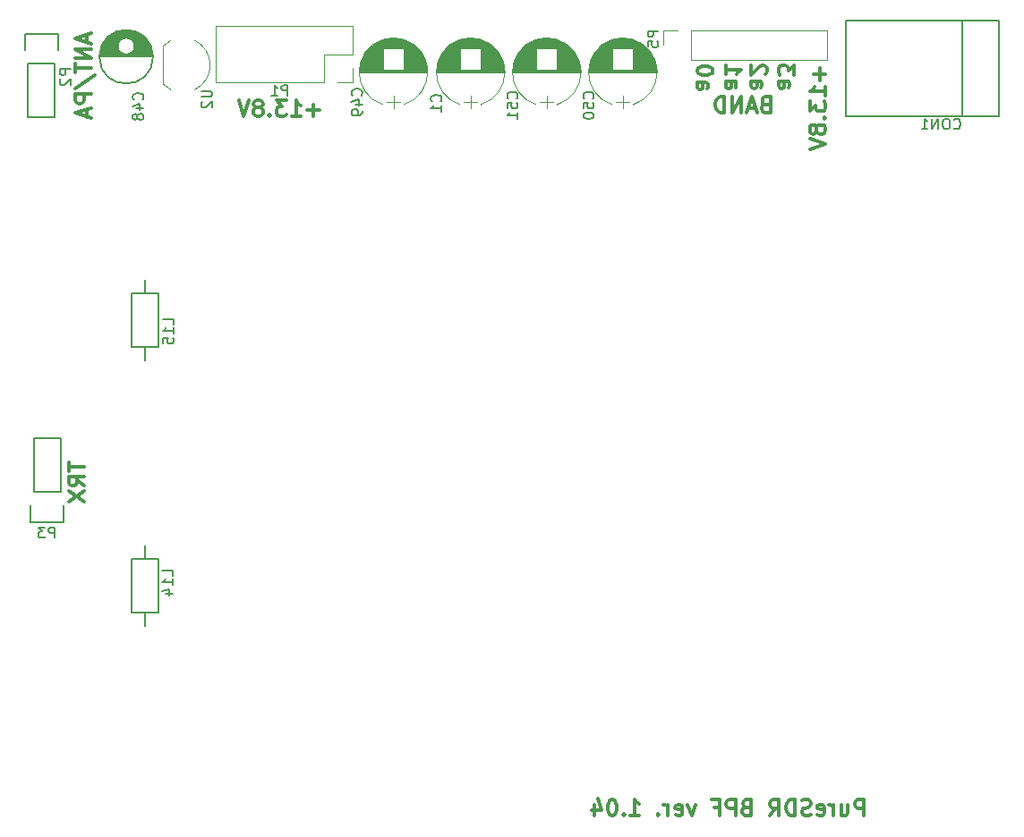
<source format=gbo>
G04 #@! TF.FileFunction,Legend,Bot*
%FSLAX46Y46*%
G04 Gerber Fmt 4.6, Leading zero omitted, Abs format (unit mm)*
G04 Created by KiCad (PCBNEW 4.0.3+e1-6302~38~ubuntu14.04.1-stable) date Mon Jan 30 16:46:43 2017*
%MOMM*%
%LPD*%
G01*
G04 APERTURE LIST*
%ADD10C,0.100000*%
%ADD11C,0.300000*%
%ADD12C,0.150000*%
%ADD13C,0.120000*%
G04 APERTURE END LIST*
D10*
D11*
X82494285Y-29077143D02*
X81351428Y-29077143D01*
X81922857Y-29648571D02*
X81922857Y-28505714D01*
X79851428Y-29648571D02*
X80708571Y-29648571D01*
X80279999Y-29648571D02*
X80279999Y-28148571D01*
X80422856Y-28362857D01*
X80565714Y-28505714D01*
X80708571Y-28577143D01*
X79351428Y-28148571D02*
X78422857Y-28148571D01*
X78922857Y-28720000D01*
X78708571Y-28720000D01*
X78565714Y-28791429D01*
X78494285Y-28862857D01*
X78422857Y-29005714D01*
X78422857Y-29362857D01*
X78494285Y-29505714D01*
X78565714Y-29577143D01*
X78708571Y-29648571D01*
X79137143Y-29648571D01*
X79280000Y-29577143D01*
X79351428Y-29505714D01*
X77780000Y-29505714D02*
X77708572Y-29577143D01*
X77780000Y-29648571D01*
X77851429Y-29577143D01*
X77780000Y-29505714D01*
X77780000Y-29648571D01*
X76851428Y-28791429D02*
X76994286Y-28720000D01*
X77065714Y-28648571D01*
X77137143Y-28505714D01*
X77137143Y-28434286D01*
X77065714Y-28291429D01*
X76994286Y-28220000D01*
X76851428Y-28148571D01*
X76565714Y-28148571D01*
X76422857Y-28220000D01*
X76351428Y-28291429D01*
X76280000Y-28434286D01*
X76280000Y-28505714D01*
X76351428Y-28648571D01*
X76422857Y-28720000D01*
X76565714Y-28791429D01*
X76851428Y-28791429D01*
X76994286Y-28862857D01*
X77065714Y-28934286D01*
X77137143Y-29077143D01*
X77137143Y-29362857D01*
X77065714Y-29505714D01*
X76994286Y-29577143D01*
X76851428Y-29648571D01*
X76565714Y-29648571D01*
X76422857Y-29577143D01*
X76351428Y-29505714D01*
X76280000Y-29362857D01*
X76280000Y-29077143D01*
X76351428Y-28934286D01*
X76422857Y-28862857D01*
X76565714Y-28791429D01*
X75851429Y-28148571D02*
X75351429Y-29648571D01*
X74851429Y-28148571D01*
X129807143Y-25085715D02*
X129807143Y-26228572D01*
X130378571Y-25657143D02*
X129235714Y-25657143D01*
X130378571Y-27728572D02*
X130378571Y-26871429D01*
X130378571Y-27300001D02*
X128878571Y-27300001D01*
X129092857Y-27157144D01*
X129235714Y-27014286D01*
X129307143Y-26871429D01*
X128878571Y-28228572D02*
X128878571Y-29157143D01*
X129450000Y-28657143D01*
X129450000Y-28871429D01*
X129521429Y-29014286D01*
X129592857Y-29085715D01*
X129735714Y-29157143D01*
X130092857Y-29157143D01*
X130235714Y-29085715D01*
X130307143Y-29014286D01*
X130378571Y-28871429D01*
X130378571Y-28442857D01*
X130307143Y-28300000D01*
X130235714Y-28228572D01*
X130235714Y-29800000D02*
X130307143Y-29871428D01*
X130378571Y-29800000D01*
X130307143Y-29728571D01*
X130235714Y-29800000D01*
X130378571Y-29800000D01*
X129521429Y-30728572D02*
X129450000Y-30585714D01*
X129378571Y-30514286D01*
X129235714Y-30442857D01*
X129164286Y-30442857D01*
X129021429Y-30514286D01*
X128950000Y-30585714D01*
X128878571Y-30728572D01*
X128878571Y-31014286D01*
X128950000Y-31157143D01*
X129021429Y-31228572D01*
X129164286Y-31300000D01*
X129235714Y-31300000D01*
X129378571Y-31228572D01*
X129450000Y-31157143D01*
X129521429Y-31014286D01*
X129521429Y-30728572D01*
X129592857Y-30585714D01*
X129664286Y-30514286D01*
X129807143Y-30442857D01*
X130092857Y-30442857D01*
X130235714Y-30514286D01*
X130307143Y-30585714D01*
X130378571Y-30728572D01*
X130378571Y-31014286D01*
X130307143Y-31157143D01*
X130235714Y-31228572D01*
X130092857Y-31300000D01*
X129807143Y-31300000D01*
X129664286Y-31228572D01*
X129592857Y-31157143D01*
X129521429Y-31014286D01*
X128878571Y-31728571D02*
X130378571Y-32228571D01*
X128878571Y-32728571D01*
X58778571Y-62407143D02*
X58778571Y-63264286D01*
X60278571Y-62835715D02*
X58778571Y-62835715D01*
X60278571Y-64621429D02*
X59564286Y-64121429D01*
X60278571Y-63764286D02*
X58778571Y-63764286D01*
X58778571Y-64335714D01*
X58850000Y-64478572D01*
X58921429Y-64550000D01*
X59064286Y-64621429D01*
X59278571Y-64621429D01*
X59421429Y-64550000D01*
X59492857Y-64478572D01*
X59564286Y-64335714D01*
X59564286Y-63764286D01*
X58778571Y-65121429D02*
X60278571Y-66121429D01*
X58778571Y-66121429D02*
X60278571Y-65121429D01*
X133985712Y-95838571D02*
X133985712Y-94338571D01*
X133414284Y-94338571D01*
X133271426Y-94410000D01*
X133199998Y-94481429D01*
X133128569Y-94624286D01*
X133128569Y-94838571D01*
X133199998Y-94981429D01*
X133271426Y-95052857D01*
X133414284Y-95124286D01*
X133985712Y-95124286D01*
X131842855Y-94838571D02*
X131842855Y-95838571D01*
X132485712Y-94838571D02*
X132485712Y-95624286D01*
X132414284Y-95767143D01*
X132271426Y-95838571D01*
X132057141Y-95838571D01*
X131914284Y-95767143D01*
X131842855Y-95695714D01*
X131128569Y-95838571D02*
X131128569Y-94838571D01*
X131128569Y-95124286D02*
X131057141Y-94981429D01*
X130985712Y-94910000D01*
X130842855Y-94838571D01*
X130699998Y-94838571D01*
X129628570Y-95767143D02*
X129771427Y-95838571D01*
X130057141Y-95838571D01*
X130199998Y-95767143D01*
X130271427Y-95624286D01*
X130271427Y-95052857D01*
X130199998Y-94910000D01*
X130057141Y-94838571D01*
X129771427Y-94838571D01*
X129628570Y-94910000D01*
X129557141Y-95052857D01*
X129557141Y-95195714D01*
X130271427Y-95338571D01*
X128985713Y-95767143D02*
X128771427Y-95838571D01*
X128414284Y-95838571D01*
X128271427Y-95767143D01*
X128199998Y-95695714D01*
X128128570Y-95552857D01*
X128128570Y-95410000D01*
X128199998Y-95267143D01*
X128271427Y-95195714D01*
X128414284Y-95124286D01*
X128699998Y-95052857D01*
X128842856Y-94981429D01*
X128914284Y-94910000D01*
X128985713Y-94767143D01*
X128985713Y-94624286D01*
X128914284Y-94481429D01*
X128842856Y-94410000D01*
X128699998Y-94338571D01*
X128342856Y-94338571D01*
X128128570Y-94410000D01*
X127485713Y-95838571D02*
X127485713Y-94338571D01*
X127128570Y-94338571D01*
X126914285Y-94410000D01*
X126771427Y-94552857D01*
X126699999Y-94695714D01*
X126628570Y-94981429D01*
X126628570Y-95195714D01*
X126699999Y-95481429D01*
X126771427Y-95624286D01*
X126914285Y-95767143D01*
X127128570Y-95838571D01*
X127485713Y-95838571D01*
X125128570Y-95838571D02*
X125628570Y-95124286D01*
X125985713Y-95838571D02*
X125985713Y-94338571D01*
X125414285Y-94338571D01*
X125271427Y-94410000D01*
X125199999Y-94481429D01*
X125128570Y-94624286D01*
X125128570Y-94838571D01*
X125199999Y-94981429D01*
X125271427Y-95052857D01*
X125414285Y-95124286D01*
X125985713Y-95124286D01*
X122842856Y-95052857D02*
X122628570Y-95124286D01*
X122557142Y-95195714D01*
X122485713Y-95338571D01*
X122485713Y-95552857D01*
X122557142Y-95695714D01*
X122628570Y-95767143D01*
X122771428Y-95838571D01*
X123342856Y-95838571D01*
X123342856Y-94338571D01*
X122842856Y-94338571D01*
X122699999Y-94410000D01*
X122628570Y-94481429D01*
X122557142Y-94624286D01*
X122557142Y-94767143D01*
X122628570Y-94910000D01*
X122699999Y-94981429D01*
X122842856Y-95052857D01*
X123342856Y-95052857D01*
X121842856Y-95838571D02*
X121842856Y-94338571D01*
X121271428Y-94338571D01*
X121128570Y-94410000D01*
X121057142Y-94481429D01*
X120985713Y-94624286D01*
X120985713Y-94838571D01*
X121057142Y-94981429D01*
X121128570Y-95052857D01*
X121271428Y-95124286D01*
X121842856Y-95124286D01*
X119842856Y-95052857D02*
X120342856Y-95052857D01*
X120342856Y-95838571D02*
X120342856Y-94338571D01*
X119628570Y-94338571D01*
X118057142Y-94838571D02*
X117699999Y-95838571D01*
X117342857Y-94838571D01*
X116200000Y-95767143D02*
X116342857Y-95838571D01*
X116628571Y-95838571D01*
X116771428Y-95767143D01*
X116842857Y-95624286D01*
X116842857Y-95052857D01*
X116771428Y-94910000D01*
X116628571Y-94838571D01*
X116342857Y-94838571D01*
X116200000Y-94910000D01*
X116128571Y-95052857D01*
X116128571Y-95195714D01*
X116842857Y-95338571D01*
X115485714Y-95838571D02*
X115485714Y-94838571D01*
X115485714Y-95124286D02*
X115414286Y-94981429D01*
X115342857Y-94910000D01*
X115200000Y-94838571D01*
X115057143Y-94838571D01*
X114557143Y-95695714D02*
X114485715Y-95767143D01*
X114557143Y-95838571D01*
X114628572Y-95767143D01*
X114557143Y-95695714D01*
X114557143Y-95838571D01*
X111914286Y-95838571D02*
X112771429Y-95838571D01*
X112342857Y-95838571D02*
X112342857Y-94338571D01*
X112485714Y-94552857D01*
X112628572Y-94695714D01*
X112771429Y-94767143D01*
X111271429Y-95695714D02*
X111200001Y-95767143D01*
X111271429Y-95838571D01*
X111342858Y-95767143D01*
X111271429Y-95695714D01*
X111271429Y-95838571D01*
X110271429Y-94338571D02*
X110128572Y-94338571D01*
X109985715Y-94410000D01*
X109914286Y-94481429D01*
X109842857Y-94624286D01*
X109771429Y-94910000D01*
X109771429Y-95267143D01*
X109842857Y-95552857D01*
X109914286Y-95695714D01*
X109985715Y-95767143D01*
X110128572Y-95838571D01*
X110271429Y-95838571D01*
X110414286Y-95767143D01*
X110485715Y-95695714D01*
X110557143Y-95552857D01*
X110628572Y-95267143D01*
X110628572Y-94910000D01*
X110557143Y-94624286D01*
X110485715Y-94481429D01*
X110414286Y-94410000D01*
X110271429Y-94338571D01*
X108485715Y-94838571D02*
X108485715Y-95838571D01*
X108842858Y-94267143D02*
X109200001Y-95338571D01*
X108271429Y-95338571D01*
X124671428Y-28492857D02*
X124457142Y-28564286D01*
X124385714Y-28635714D01*
X124314285Y-28778571D01*
X124314285Y-28992857D01*
X124385714Y-29135714D01*
X124457142Y-29207143D01*
X124600000Y-29278571D01*
X125171428Y-29278571D01*
X125171428Y-27778571D01*
X124671428Y-27778571D01*
X124528571Y-27850000D01*
X124457142Y-27921429D01*
X124385714Y-28064286D01*
X124385714Y-28207143D01*
X124457142Y-28350000D01*
X124528571Y-28421429D01*
X124671428Y-28492857D01*
X125171428Y-28492857D01*
X123742857Y-28850000D02*
X123028571Y-28850000D01*
X123885714Y-29278571D02*
X123385714Y-27778571D01*
X122885714Y-29278571D01*
X122385714Y-29278571D02*
X122385714Y-27778571D01*
X121528571Y-29278571D01*
X121528571Y-27778571D01*
X120814285Y-29278571D02*
X120814285Y-27778571D01*
X120457142Y-27778571D01*
X120242857Y-27850000D01*
X120099999Y-27992857D01*
X120028571Y-28135714D01*
X119957142Y-28421429D01*
X119957142Y-28635714D01*
X120028571Y-28921429D01*
X120099999Y-29064286D01*
X120242857Y-29207143D01*
X120457142Y-29278571D01*
X120814285Y-29278571D01*
X125921429Y-26292857D02*
X126707143Y-26292857D01*
X126850000Y-26364286D01*
X126921429Y-26507143D01*
X126921429Y-26792857D01*
X126850000Y-26935714D01*
X125992857Y-26292857D02*
X125921429Y-26435714D01*
X125921429Y-26792857D01*
X125992857Y-26935714D01*
X126135714Y-27007143D01*
X126278571Y-27007143D01*
X126421429Y-26935714D01*
X126492857Y-26792857D01*
X126492857Y-26435714D01*
X126564286Y-26292857D01*
X127421429Y-25721428D02*
X127421429Y-24792857D01*
X126850000Y-25292857D01*
X126850000Y-25078571D01*
X126778571Y-24935714D01*
X126707143Y-24864285D01*
X126564286Y-24792857D01*
X126207143Y-24792857D01*
X126064286Y-24864285D01*
X125992857Y-24935714D01*
X125921429Y-25078571D01*
X125921429Y-25507143D01*
X125992857Y-25650000D01*
X126064286Y-25721428D01*
X123321429Y-26292857D02*
X124107143Y-26292857D01*
X124250000Y-26364286D01*
X124321429Y-26507143D01*
X124321429Y-26792857D01*
X124250000Y-26935714D01*
X123392857Y-26292857D02*
X123321429Y-26435714D01*
X123321429Y-26792857D01*
X123392857Y-26935714D01*
X123535714Y-27007143D01*
X123678571Y-27007143D01*
X123821429Y-26935714D01*
X123892857Y-26792857D01*
X123892857Y-26435714D01*
X123964286Y-26292857D01*
X124678571Y-25650000D02*
X124750000Y-25578571D01*
X124821429Y-25435714D01*
X124821429Y-25078571D01*
X124750000Y-24935714D01*
X124678571Y-24864285D01*
X124535714Y-24792857D01*
X124392857Y-24792857D01*
X124178571Y-24864285D01*
X123321429Y-25721428D01*
X123321429Y-24792857D01*
X120921429Y-26292857D02*
X121707143Y-26292857D01*
X121850000Y-26364286D01*
X121921429Y-26507143D01*
X121921429Y-26792857D01*
X121850000Y-26935714D01*
X120992857Y-26292857D02*
X120921429Y-26435714D01*
X120921429Y-26792857D01*
X120992857Y-26935714D01*
X121135714Y-27007143D01*
X121278571Y-27007143D01*
X121421429Y-26935714D01*
X121492857Y-26792857D01*
X121492857Y-26435714D01*
X121564286Y-26292857D01*
X120921429Y-24792857D02*
X120921429Y-25650000D01*
X120921429Y-25221428D02*
X122421429Y-25221428D01*
X122207143Y-25364285D01*
X122064286Y-25507143D01*
X121992857Y-25650000D01*
X118221429Y-26392857D02*
X119007143Y-26392857D01*
X119150000Y-26464286D01*
X119221429Y-26607143D01*
X119221429Y-26892857D01*
X119150000Y-27035714D01*
X118292857Y-26392857D02*
X118221429Y-26535714D01*
X118221429Y-26892857D01*
X118292857Y-27035714D01*
X118435714Y-27107143D01*
X118578571Y-27107143D01*
X118721429Y-27035714D01*
X118792857Y-26892857D01*
X118792857Y-26535714D01*
X118864286Y-26392857D01*
X119721429Y-25392857D02*
X119721429Y-25250000D01*
X119650000Y-25107143D01*
X119578571Y-25035714D01*
X119435714Y-24964285D01*
X119150000Y-24892857D01*
X118792857Y-24892857D01*
X118507143Y-24964285D01*
X118364286Y-25035714D01*
X118292857Y-25107143D01*
X118221429Y-25250000D01*
X118221429Y-25392857D01*
X118292857Y-25535714D01*
X118364286Y-25607143D01*
X118507143Y-25678571D01*
X118792857Y-25750000D01*
X119150000Y-25750000D01*
X119435714Y-25678571D01*
X119578571Y-25607143D01*
X119650000Y-25535714D01*
X119721429Y-25392857D01*
X60500000Y-21907143D02*
X60500000Y-22621429D01*
X60928571Y-21764286D02*
X59428571Y-22264286D01*
X60928571Y-22764286D01*
X60928571Y-23264286D02*
X59428571Y-23264286D01*
X60928571Y-24121429D01*
X59428571Y-24121429D01*
X59428571Y-24621429D02*
X59428571Y-25478572D01*
X60928571Y-25050001D02*
X59428571Y-25050001D01*
X59357143Y-27050000D02*
X61285714Y-25764286D01*
X60928571Y-27550001D02*
X59428571Y-27550001D01*
X59428571Y-28121429D01*
X59500000Y-28264287D01*
X59571429Y-28335715D01*
X59714286Y-28407144D01*
X59928571Y-28407144D01*
X60071429Y-28335715D01*
X60142857Y-28264287D01*
X60214286Y-28121429D01*
X60214286Y-27550001D01*
X60500000Y-28978572D02*
X60500000Y-29692858D01*
X60928571Y-28835715D02*
X59428571Y-29335715D01*
X60928571Y-29835715D01*
D12*
X143300500Y-20599120D02*
X143300500Y-29600880D01*
X146800620Y-20599120D02*
X146800620Y-29600880D01*
X146800620Y-29600880D02*
X132299760Y-29600880D01*
X132299760Y-29600880D02*
X132299760Y-20599120D01*
X132299760Y-20599120D02*
X146800620Y-20599120D01*
X57490000Y-24680000D02*
X57490000Y-29760000D01*
X57490000Y-29760000D02*
X54950000Y-29760000D01*
X54950000Y-29760000D02*
X54950000Y-24680000D01*
X54670000Y-21860000D02*
X54670000Y-23410000D01*
X54950000Y-24680000D02*
X57490000Y-24680000D01*
X57770000Y-23410000D02*
X57770000Y-21860000D01*
X57770000Y-21860000D02*
X54670000Y-21860000D01*
D13*
X117670000Y-21510000D02*
X130490000Y-21510000D01*
X130490000Y-21510000D02*
X130490000Y-24290000D01*
X130490000Y-24290000D02*
X117670000Y-24290000D01*
X117670000Y-24290000D02*
X117670000Y-21510000D01*
X116400000Y-21510000D02*
X115010000Y-21510000D01*
X115010000Y-21510000D02*
X115010000Y-22900000D01*
D12*
X67270000Y-76660000D02*
X67270000Y-71580000D01*
X67270000Y-71580000D02*
X64730000Y-71580000D01*
X64730000Y-71580000D02*
X64730000Y-76660000D01*
X64730000Y-76660000D02*
X67270000Y-76660000D01*
X66000000Y-76660000D02*
X66000000Y-77930000D01*
X66000000Y-71580000D02*
X66000000Y-70310000D01*
X67270000Y-51460000D02*
X67270000Y-46380000D01*
X67270000Y-46380000D02*
X64730000Y-46380000D01*
X64730000Y-46380000D02*
X64730000Y-51460000D01*
X64730000Y-51460000D02*
X67270000Y-51460000D01*
X66000000Y-51460000D02*
X66000000Y-52730000D01*
X66000000Y-46380000D02*
X66000000Y-45110000D01*
D13*
X67720000Y-26590000D02*
X67720000Y-22990000D01*
X68447205Y-27114184D02*
G75*
G02X67720000Y-26590000I1122795J2324184D01*
G01*
X70668807Y-27146400D02*
G75*
G03X72170000Y-24790000I-1098807J2356400D01*
G01*
X70668807Y-22433600D02*
G75*
G02X72170000Y-24790000I-1098807J-2356400D01*
G01*
X68447205Y-22465816D02*
G75*
G03X67720000Y-22990000I1122795J-2324184D01*
G01*
D12*
X66719000Y-23925000D02*
X61721000Y-23925000D01*
X66711000Y-23785000D02*
X64374000Y-23785000D01*
X64066000Y-23785000D02*
X61729000Y-23785000D01*
X66695000Y-23645000D02*
X64693000Y-23645000D01*
X63747000Y-23645000D02*
X61745000Y-23645000D01*
X66671000Y-23505000D02*
X64840000Y-23505000D01*
X63600000Y-23505000D02*
X61769000Y-23505000D01*
X66638000Y-23365000D02*
X64932000Y-23365000D01*
X63508000Y-23365000D02*
X61802000Y-23365000D01*
X66597000Y-23225000D02*
X64988000Y-23225000D01*
X63452000Y-23225000D02*
X61843000Y-23225000D01*
X66547000Y-23085000D02*
X65015000Y-23085000D01*
X63425000Y-23085000D02*
X61893000Y-23085000D01*
X66486000Y-22945000D02*
X65018000Y-22945000D01*
X63422000Y-22945000D02*
X61954000Y-22945000D01*
X66416000Y-22805000D02*
X64996000Y-22805000D01*
X63444000Y-22805000D02*
X62024000Y-22805000D01*
X66334000Y-22665000D02*
X64946000Y-22665000D01*
X63494000Y-22665000D02*
X62106000Y-22665000D01*
X66239000Y-22525000D02*
X64864000Y-22525000D01*
X63576000Y-22525000D02*
X62201000Y-22525000D01*
X66128000Y-22385000D02*
X64732000Y-22385000D01*
X63708000Y-22385000D02*
X62312000Y-22385000D01*
X66000000Y-22245000D02*
X64485000Y-22245000D01*
X63955000Y-22245000D02*
X62440000Y-22245000D01*
X65851000Y-22105000D02*
X62589000Y-22105000D01*
X65672000Y-21965000D02*
X62768000Y-21965000D01*
X65453000Y-21825000D02*
X62987000Y-21825000D01*
X65164000Y-21685000D02*
X63276000Y-21685000D01*
X64692000Y-21545000D02*
X63748000Y-21545000D01*
X65020000Y-23000000D02*
G75*
G03X65020000Y-23000000I-800000J0D01*
G01*
X66757500Y-24000000D02*
G75*
G03X66757500Y-24000000I-2537500J0D01*
G01*
D13*
X97779357Y-22361560D02*
G75*
G02X97780000Y-28538236I-979357J-3088440D01*
G01*
X95820643Y-22361560D02*
G75*
G03X95820000Y-28538236I979357J-3088440D01*
G01*
X95820643Y-22361560D02*
G75*
G02X97780000Y-22361764I979357J-3088440D01*
G01*
X100000000Y-25450000D02*
X93600000Y-25450000D01*
X100000000Y-25410000D02*
X93600000Y-25410000D01*
X100000000Y-25370000D02*
X93600000Y-25370000D01*
X99998000Y-25330000D02*
X93602000Y-25330000D01*
X99997000Y-25290000D02*
X93603000Y-25290000D01*
X99994000Y-25250000D02*
X93606000Y-25250000D01*
X99992000Y-25210000D02*
X93608000Y-25210000D01*
X99988000Y-25170000D02*
X97780000Y-25170000D01*
X95820000Y-25170000D02*
X93612000Y-25170000D01*
X99985000Y-25130000D02*
X97780000Y-25130000D01*
X95820000Y-25130000D02*
X93615000Y-25130000D01*
X99980000Y-25090000D02*
X97780000Y-25090000D01*
X95820000Y-25090000D02*
X93620000Y-25090000D01*
X99976000Y-25050000D02*
X97780000Y-25050000D01*
X95820000Y-25050000D02*
X93624000Y-25050000D01*
X99970000Y-25010000D02*
X97780000Y-25010000D01*
X95820000Y-25010000D02*
X93630000Y-25010000D01*
X99965000Y-24970000D02*
X97780000Y-24970000D01*
X95820000Y-24970000D02*
X93635000Y-24970000D01*
X99958000Y-24930000D02*
X97780000Y-24930000D01*
X95820000Y-24930000D02*
X93642000Y-24930000D01*
X99952000Y-24890000D02*
X97780000Y-24890000D01*
X95820000Y-24890000D02*
X93648000Y-24890000D01*
X99944000Y-24850000D02*
X97780000Y-24850000D01*
X95820000Y-24850000D02*
X93656000Y-24850000D01*
X99937000Y-24810000D02*
X97780000Y-24810000D01*
X95820000Y-24810000D02*
X93663000Y-24810000D01*
X99928000Y-24770000D02*
X97780000Y-24770000D01*
X95820000Y-24770000D02*
X93672000Y-24770000D01*
X99919000Y-24729000D02*
X97780000Y-24729000D01*
X95820000Y-24729000D02*
X93681000Y-24729000D01*
X99910000Y-24689000D02*
X97780000Y-24689000D01*
X95820000Y-24689000D02*
X93690000Y-24689000D01*
X99900000Y-24649000D02*
X97780000Y-24649000D01*
X95820000Y-24649000D02*
X93700000Y-24649000D01*
X99890000Y-24609000D02*
X97780000Y-24609000D01*
X95820000Y-24609000D02*
X93710000Y-24609000D01*
X99879000Y-24569000D02*
X97780000Y-24569000D01*
X95820000Y-24569000D02*
X93721000Y-24569000D01*
X99867000Y-24529000D02*
X97780000Y-24529000D01*
X95820000Y-24529000D02*
X93733000Y-24529000D01*
X99855000Y-24489000D02*
X97780000Y-24489000D01*
X95820000Y-24489000D02*
X93745000Y-24489000D01*
X99842000Y-24449000D02*
X97780000Y-24449000D01*
X95820000Y-24449000D02*
X93758000Y-24449000D01*
X99829000Y-24409000D02*
X97780000Y-24409000D01*
X95820000Y-24409000D02*
X93771000Y-24409000D01*
X99815000Y-24369000D02*
X97780000Y-24369000D01*
X95820000Y-24369000D02*
X93785000Y-24369000D01*
X99801000Y-24329000D02*
X97780000Y-24329000D01*
X95820000Y-24329000D02*
X93799000Y-24329000D01*
X99786000Y-24289000D02*
X97780000Y-24289000D01*
X95820000Y-24289000D02*
X93814000Y-24289000D01*
X99770000Y-24249000D02*
X97780000Y-24249000D01*
X95820000Y-24249000D02*
X93830000Y-24249000D01*
X99754000Y-24209000D02*
X97780000Y-24209000D01*
X95820000Y-24209000D02*
X93846000Y-24209000D01*
X99737000Y-24169000D02*
X97780000Y-24169000D01*
X95820000Y-24169000D02*
X93863000Y-24169000D01*
X99719000Y-24129000D02*
X97780000Y-24129000D01*
X95820000Y-24129000D02*
X93881000Y-24129000D01*
X99701000Y-24089000D02*
X97780000Y-24089000D01*
X95820000Y-24089000D02*
X93899000Y-24089000D01*
X99682000Y-24049000D02*
X97780000Y-24049000D01*
X95820000Y-24049000D02*
X93918000Y-24049000D01*
X99663000Y-24009000D02*
X97780000Y-24009000D01*
X95820000Y-24009000D02*
X93937000Y-24009000D01*
X99643000Y-23969000D02*
X97780000Y-23969000D01*
X95820000Y-23969000D02*
X93957000Y-23969000D01*
X99622000Y-23929000D02*
X97780000Y-23929000D01*
X95820000Y-23929000D02*
X93978000Y-23929000D01*
X99600000Y-23889000D02*
X97780000Y-23889000D01*
X95820000Y-23889000D02*
X94000000Y-23889000D01*
X99578000Y-23849000D02*
X97780000Y-23849000D01*
X95820000Y-23849000D02*
X94022000Y-23849000D01*
X99555000Y-23809000D02*
X97780000Y-23809000D01*
X95820000Y-23809000D02*
X94045000Y-23809000D01*
X99531000Y-23769000D02*
X97780000Y-23769000D01*
X95820000Y-23769000D02*
X94069000Y-23769000D01*
X99506000Y-23729000D02*
X97780000Y-23729000D01*
X95820000Y-23729000D02*
X94094000Y-23729000D01*
X99481000Y-23689000D02*
X97780000Y-23689000D01*
X95820000Y-23689000D02*
X94119000Y-23689000D01*
X99454000Y-23649000D02*
X97780000Y-23649000D01*
X95820000Y-23649000D02*
X94146000Y-23649000D01*
X99427000Y-23609000D02*
X97780000Y-23609000D01*
X95820000Y-23609000D02*
X94173000Y-23609000D01*
X99399000Y-23569000D02*
X97780000Y-23569000D01*
X95820000Y-23569000D02*
X94201000Y-23569000D01*
X99370000Y-23529000D02*
X97780000Y-23529000D01*
X95820000Y-23529000D02*
X94230000Y-23529000D01*
X99340000Y-23489000D02*
X97780000Y-23489000D01*
X95820000Y-23489000D02*
X94260000Y-23489000D01*
X99310000Y-23449000D02*
X97780000Y-23449000D01*
X95820000Y-23449000D02*
X94290000Y-23449000D01*
X99278000Y-23409000D02*
X97780000Y-23409000D01*
X95820000Y-23409000D02*
X94322000Y-23409000D01*
X99245000Y-23369000D02*
X97780000Y-23369000D01*
X95820000Y-23369000D02*
X94355000Y-23369000D01*
X99211000Y-23329000D02*
X97780000Y-23329000D01*
X95820000Y-23329000D02*
X94389000Y-23329000D01*
X99175000Y-23289000D02*
X97780000Y-23289000D01*
X95820000Y-23289000D02*
X94425000Y-23289000D01*
X99139000Y-23249000D02*
X97780000Y-23249000D01*
X95820000Y-23249000D02*
X94461000Y-23249000D01*
X99101000Y-23209000D02*
X94499000Y-23209000D01*
X99062000Y-23169000D02*
X94538000Y-23169000D01*
X99022000Y-23129000D02*
X94578000Y-23129000D01*
X98980000Y-23089000D02*
X94620000Y-23089000D01*
X98937000Y-23049000D02*
X94663000Y-23049000D01*
X98892000Y-23009000D02*
X94708000Y-23009000D01*
X98845000Y-22969000D02*
X94755000Y-22969000D01*
X98797000Y-22929000D02*
X94803000Y-22929000D01*
X98746000Y-22889000D02*
X94854000Y-22889000D01*
X98694000Y-22849000D02*
X94906000Y-22849000D01*
X98639000Y-22809000D02*
X94961000Y-22809000D01*
X98581000Y-22769000D02*
X95019000Y-22769000D01*
X98521000Y-22729000D02*
X95079000Y-22729000D01*
X98458000Y-22689000D02*
X95142000Y-22689000D01*
X98391000Y-22649000D02*
X95209000Y-22649000D01*
X98320000Y-22609000D02*
X95280000Y-22609000D01*
X98245000Y-22569000D02*
X95355000Y-22569000D01*
X98164000Y-22529000D02*
X95436000Y-22529000D01*
X98078000Y-22489000D02*
X95522000Y-22489000D01*
X97984000Y-22449000D02*
X95616000Y-22449000D01*
X97881000Y-22409000D02*
X95719000Y-22409000D01*
X97766000Y-22369000D02*
X95834000Y-22369000D01*
X97634000Y-22329000D02*
X95966000Y-22329000D01*
X97476000Y-22289000D02*
X96124000Y-22289000D01*
X97268000Y-22249000D02*
X96332000Y-22249000D01*
X96800000Y-28900000D02*
X96800000Y-27700000D01*
X97450000Y-28300000D02*
X96150000Y-28300000D01*
X90479357Y-22361560D02*
G75*
G02X90480000Y-28538236I-979357J-3088440D01*
G01*
X88520643Y-22361560D02*
G75*
G03X88520000Y-28538236I979357J-3088440D01*
G01*
X88520643Y-22361560D02*
G75*
G02X90480000Y-22361764I979357J-3088440D01*
G01*
X92700000Y-25450000D02*
X86300000Y-25450000D01*
X92700000Y-25410000D02*
X86300000Y-25410000D01*
X92700000Y-25370000D02*
X86300000Y-25370000D01*
X92698000Y-25330000D02*
X86302000Y-25330000D01*
X92697000Y-25290000D02*
X86303000Y-25290000D01*
X92694000Y-25250000D02*
X86306000Y-25250000D01*
X92692000Y-25210000D02*
X86308000Y-25210000D01*
X92688000Y-25170000D02*
X90480000Y-25170000D01*
X88520000Y-25170000D02*
X86312000Y-25170000D01*
X92685000Y-25130000D02*
X90480000Y-25130000D01*
X88520000Y-25130000D02*
X86315000Y-25130000D01*
X92680000Y-25090000D02*
X90480000Y-25090000D01*
X88520000Y-25090000D02*
X86320000Y-25090000D01*
X92676000Y-25050000D02*
X90480000Y-25050000D01*
X88520000Y-25050000D02*
X86324000Y-25050000D01*
X92670000Y-25010000D02*
X90480000Y-25010000D01*
X88520000Y-25010000D02*
X86330000Y-25010000D01*
X92665000Y-24970000D02*
X90480000Y-24970000D01*
X88520000Y-24970000D02*
X86335000Y-24970000D01*
X92658000Y-24930000D02*
X90480000Y-24930000D01*
X88520000Y-24930000D02*
X86342000Y-24930000D01*
X92652000Y-24890000D02*
X90480000Y-24890000D01*
X88520000Y-24890000D02*
X86348000Y-24890000D01*
X92644000Y-24850000D02*
X90480000Y-24850000D01*
X88520000Y-24850000D02*
X86356000Y-24850000D01*
X92637000Y-24810000D02*
X90480000Y-24810000D01*
X88520000Y-24810000D02*
X86363000Y-24810000D01*
X92628000Y-24770000D02*
X90480000Y-24770000D01*
X88520000Y-24770000D02*
X86372000Y-24770000D01*
X92619000Y-24729000D02*
X90480000Y-24729000D01*
X88520000Y-24729000D02*
X86381000Y-24729000D01*
X92610000Y-24689000D02*
X90480000Y-24689000D01*
X88520000Y-24689000D02*
X86390000Y-24689000D01*
X92600000Y-24649000D02*
X90480000Y-24649000D01*
X88520000Y-24649000D02*
X86400000Y-24649000D01*
X92590000Y-24609000D02*
X90480000Y-24609000D01*
X88520000Y-24609000D02*
X86410000Y-24609000D01*
X92579000Y-24569000D02*
X90480000Y-24569000D01*
X88520000Y-24569000D02*
X86421000Y-24569000D01*
X92567000Y-24529000D02*
X90480000Y-24529000D01*
X88520000Y-24529000D02*
X86433000Y-24529000D01*
X92555000Y-24489000D02*
X90480000Y-24489000D01*
X88520000Y-24489000D02*
X86445000Y-24489000D01*
X92542000Y-24449000D02*
X90480000Y-24449000D01*
X88520000Y-24449000D02*
X86458000Y-24449000D01*
X92529000Y-24409000D02*
X90480000Y-24409000D01*
X88520000Y-24409000D02*
X86471000Y-24409000D01*
X92515000Y-24369000D02*
X90480000Y-24369000D01*
X88520000Y-24369000D02*
X86485000Y-24369000D01*
X92501000Y-24329000D02*
X90480000Y-24329000D01*
X88520000Y-24329000D02*
X86499000Y-24329000D01*
X92486000Y-24289000D02*
X90480000Y-24289000D01*
X88520000Y-24289000D02*
X86514000Y-24289000D01*
X92470000Y-24249000D02*
X90480000Y-24249000D01*
X88520000Y-24249000D02*
X86530000Y-24249000D01*
X92454000Y-24209000D02*
X90480000Y-24209000D01*
X88520000Y-24209000D02*
X86546000Y-24209000D01*
X92437000Y-24169000D02*
X90480000Y-24169000D01*
X88520000Y-24169000D02*
X86563000Y-24169000D01*
X92419000Y-24129000D02*
X90480000Y-24129000D01*
X88520000Y-24129000D02*
X86581000Y-24129000D01*
X92401000Y-24089000D02*
X90480000Y-24089000D01*
X88520000Y-24089000D02*
X86599000Y-24089000D01*
X92382000Y-24049000D02*
X90480000Y-24049000D01*
X88520000Y-24049000D02*
X86618000Y-24049000D01*
X92363000Y-24009000D02*
X90480000Y-24009000D01*
X88520000Y-24009000D02*
X86637000Y-24009000D01*
X92343000Y-23969000D02*
X90480000Y-23969000D01*
X88520000Y-23969000D02*
X86657000Y-23969000D01*
X92322000Y-23929000D02*
X90480000Y-23929000D01*
X88520000Y-23929000D02*
X86678000Y-23929000D01*
X92300000Y-23889000D02*
X90480000Y-23889000D01*
X88520000Y-23889000D02*
X86700000Y-23889000D01*
X92278000Y-23849000D02*
X90480000Y-23849000D01*
X88520000Y-23849000D02*
X86722000Y-23849000D01*
X92255000Y-23809000D02*
X90480000Y-23809000D01*
X88520000Y-23809000D02*
X86745000Y-23809000D01*
X92231000Y-23769000D02*
X90480000Y-23769000D01*
X88520000Y-23769000D02*
X86769000Y-23769000D01*
X92206000Y-23729000D02*
X90480000Y-23729000D01*
X88520000Y-23729000D02*
X86794000Y-23729000D01*
X92181000Y-23689000D02*
X90480000Y-23689000D01*
X88520000Y-23689000D02*
X86819000Y-23689000D01*
X92154000Y-23649000D02*
X90480000Y-23649000D01*
X88520000Y-23649000D02*
X86846000Y-23649000D01*
X92127000Y-23609000D02*
X90480000Y-23609000D01*
X88520000Y-23609000D02*
X86873000Y-23609000D01*
X92099000Y-23569000D02*
X90480000Y-23569000D01*
X88520000Y-23569000D02*
X86901000Y-23569000D01*
X92070000Y-23529000D02*
X90480000Y-23529000D01*
X88520000Y-23529000D02*
X86930000Y-23529000D01*
X92040000Y-23489000D02*
X90480000Y-23489000D01*
X88520000Y-23489000D02*
X86960000Y-23489000D01*
X92010000Y-23449000D02*
X90480000Y-23449000D01*
X88520000Y-23449000D02*
X86990000Y-23449000D01*
X91978000Y-23409000D02*
X90480000Y-23409000D01*
X88520000Y-23409000D02*
X87022000Y-23409000D01*
X91945000Y-23369000D02*
X90480000Y-23369000D01*
X88520000Y-23369000D02*
X87055000Y-23369000D01*
X91911000Y-23329000D02*
X90480000Y-23329000D01*
X88520000Y-23329000D02*
X87089000Y-23329000D01*
X91875000Y-23289000D02*
X90480000Y-23289000D01*
X88520000Y-23289000D02*
X87125000Y-23289000D01*
X91839000Y-23249000D02*
X90480000Y-23249000D01*
X88520000Y-23249000D02*
X87161000Y-23249000D01*
X91801000Y-23209000D02*
X87199000Y-23209000D01*
X91762000Y-23169000D02*
X87238000Y-23169000D01*
X91722000Y-23129000D02*
X87278000Y-23129000D01*
X91680000Y-23089000D02*
X87320000Y-23089000D01*
X91637000Y-23049000D02*
X87363000Y-23049000D01*
X91592000Y-23009000D02*
X87408000Y-23009000D01*
X91545000Y-22969000D02*
X87455000Y-22969000D01*
X91497000Y-22929000D02*
X87503000Y-22929000D01*
X91446000Y-22889000D02*
X87554000Y-22889000D01*
X91394000Y-22849000D02*
X87606000Y-22849000D01*
X91339000Y-22809000D02*
X87661000Y-22809000D01*
X91281000Y-22769000D02*
X87719000Y-22769000D01*
X91221000Y-22729000D02*
X87779000Y-22729000D01*
X91158000Y-22689000D02*
X87842000Y-22689000D01*
X91091000Y-22649000D02*
X87909000Y-22649000D01*
X91020000Y-22609000D02*
X87980000Y-22609000D01*
X90945000Y-22569000D02*
X88055000Y-22569000D01*
X90864000Y-22529000D02*
X88136000Y-22529000D01*
X90778000Y-22489000D02*
X88222000Y-22489000D01*
X90684000Y-22449000D02*
X88316000Y-22449000D01*
X90581000Y-22409000D02*
X88419000Y-22409000D01*
X90466000Y-22369000D02*
X88534000Y-22369000D01*
X90334000Y-22329000D02*
X88666000Y-22329000D01*
X90176000Y-22289000D02*
X88824000Y-22289000D01*
X89968000Y-22249000D02*
X89032000Y-22249000D01*
X89500000Y-28900000D02*
X89500000Y-27700000D01*
X90150000Y-28300000D02*
X88850000Y-28300000D01*
X112179357Y-22361560D02*
G75*
G02X112180000Y-28538236I-979357J-3088440D01*
G01*
X110220643Y-22361560D02*
G75*
G03X110220000Y-28538236I979357J-3088440D01*
G01*
X110220643Y-22361560D02*
G75*
G02X112180000Y-22361764I979357J-3088440D01*
G01*
X114400000Y-25450000D02*
X108000000Y-25450000D01*
X114400000Y-25410000D02*
X108000000Y-25410000D01*
X114400000Y-25370000D02*
X108000000Y-25370000D01*
X114398000Y-25330000D02*
X108002000Y-25330000D01*
X114397000Y-25290000D02*
X108003000Y-25290000D01*
X114394000Y-25250000D02*
X108006000Y-25250000D01*
X114392000Y-25210000D02*
X108008000Y-25210000D01*
X114388000Y-25170000D02*
X112180000Y-25170000D01*
X110220000Y-25170000D02*
X108012000Y-25170000D01*
X114385000Y-25130000D02*
X112180000Y-25130000D01*
X110220000Y-25130000D02*
X108015000Y-25130000D01*
X114380000Y-25090000D02*
X112180000Y-25090000D01*
X110220000Y-25090000D02*
X108020000Y-25090000D01*
X114376000Y-25050000D02*
X112180000Y-25050000D01*
X110220000Y-25050000D02*
X108024000Y-25050000D01*
X114370000Y-25010000D02*
X112180000Y-25010000D01*
X110220000Y-25010000D02*
X108030000Y-25010000D01*
X114365000Y-24970000D02*
X112180000Y-24970000D01*
X110220000Y-24970000D02*
X108035000Y-24970000D01*
X114358000Y-24930000D02*
X112180000Y-24930000D01*
X110220000Y-24930000D02*
X108042000Y-24930000D01*
X114352000Y-24890000D02*
X112180000Y-24890000D01*
X110220000Y-24890000D02*
X108048000Y-24890000D01*
X114344000Y-24850000D02*
X112180000Y-24850000D01*
X110220000Y-24850000D02*
X108056000Y-24850000D01*
X114337000Y-24810000D02*
X112180000Y-24810000D01*
X110220000Y-24810000D02*
X108063000Y-24810000D01*
X114328000Y-24770000D02*
X112180000Y-24770000D01*
X110220000Y-24770000D02*
X108072000Y-24770000D01*
X114319000Y-24729000D02*
X112180000Y-24729000D01*
X110220000Y-24729000D02*
X108081000Y-24729000D01*
X114310000Y-24689000D02*
X112180000Y-24689000D01*
X110220000Y-24689000D02*
X108090000Y-24689000D01*
X114300000Y-24649000D02*
X112180000Y-24649000D01*
X110220000Y-24649000D02*
X108100000Y-24649000D01*
X114290000Y-24609000D02*
X112180000Y-24609000D01*
X110220000Y-24609000D02*
X108110000Y-24609000D01*
X114279000Y-24569000D02*
X112180000Y-24569000D01*
X110220000Y-24569000D02*
X108121000Y-24569000D01*
X114267000Y-24529000D02*
X112180000Y-24529000D01*
X110220000Y-24529000D02*
X108133000Y-24529000D01*
X114255000Y-24489000D02*
X112180000Y-24489000D01*
X110220000Y-24489000D02*
X108145000Y-24489000D01*
X114242000Y-24449000D02*
X112180000Y-24449000D01*
X110220000Y-24449000D02*
X108158000Y-24449000D01*
X114229000Y-24409000D02*
X112180000Y-24409000D01*
X110220000Y-24409000D02*
X108171000Y-24409000D01*
X114215000Y-24369000D02*
X112180000Y-24369000D01*
X110220000Y-24369000D02*
X108185000Y-24369000D01*
X114201000Y-24329000D02*
X112180000Y-24329000D01*
X110220000Y-24329000D02*
X108199000Y-24329000D01*
X114186000Y-24289000D02*
X112180000Y-24289000D01*
X110220000Y-24289000D02*
X108214000Y-24289000D01*
X114170000Y-24249000D02*
X112180000Y-24249000D01*
X110220000Y-24249000D02*
X108230000Y-24249000D01*
X114154000Y-24209000D02*
X112180000Y-24209000D01*
X110220000Y-24209000D02*
X108246000Y-24209000D01*
X114137000Y-24169000D02*
X112180000Y-24169000D01*
X110220000Y-24169000D02*
X108263000Y-24169000D01*
X114119000Y-24129000D02*
X112180000Y-24129000D01*
X110220000Y-24129000D02*
X108281000Y-24129000D01*
X114101000Y-24089000D02*
X112180000Y-24089000D01*
X110220000Y-24089000D02*
X108299000Y-24089000D01*
X114082000Y-24049000D02*
X112180000Y-24049000D01*
X110220000Y-24049000D02*
X108318000Y-24049000D01*
X114063000Y-24009000D02*
X112180000Y-24009000D01*
X110220000Y-24009000D02*
X108337000Y-24009000D01*
X114043000Y-23969000D02*
X112180000Y-23969000D01*
X110220000Y-23969000D02*
X108357000Y-23969000D01*
X114022000Y-23929000D02*
X112180000Y-23929000D01*
X110220000Y-23929000D02*
X108378000Y-23929000D01*
X114000000Y-23889000D02*
X112180000Y-23889000D01*
X110220000Y-23889000D02*
X108400000Y-23889000D01*
X113978000Y-23849000D02*
X112180000Y-23849000D01*
X110220000Y-23849000D02*
X108422000Y-23849000D01*
X113955000Y-23809000D02*
X112180000Y-23809000D01*
X110220000Y-23809000D02*
X108445000Y-23809000D01*
X113931000Y-23769000D02*
X112180000Y-23769000D01*
X110220000Y-23769000D02*
X108469000Y-23769000D01*
X113906000Y-23729000D02*
X112180000Y-23729000D01*
X110220000Y-23729000D02*
X108494000Y-23729000D01*
X113881000Y-23689000D02*
X112180000Y-23689000D01*
X110220000Y-23689000D02*
X108519000Y-23689000D01*
X113854000Y-23649000D02*
X112180000Y-23649000D01*
X110220000Y-23649000D02*
X108546000Y-23649000D01*
X113827000Y-23609000D02*
X112180000Y-23609000D01*
X110220000Y-23609000D02*
X108573000Y-23609000D01*
X113799000Y-23569000D02*
X112180000Y-23569000D01*
X110220000Y-23569000D02*
X108601000Y-23569000D01*
X113770000Y-23529000D02*
X112180000Y-23529000D01*
X110220000Y-23529000D02*
X108630000Y-23529000D01*
X113740000Y-23489000D02*
X112180000Y-23489000D01*
X110220000Y-23489000D02*
X108660000Y-23489000D01*
X113710000Y-23449000D02*
X112180000Y-23449000D01*
X110220000Y-23449000D02*
X108690000Y-23449000D01*
X113678000Y-23409000D02*
X112180000Y-23409000D01*
X110220000Y-23409000D02*
X108722000Y-23409000D01*
X113645000Y-23369000D02*
X112180000Y-23369000D01*
X110220000Y-23369000D02*
X108755000Y-23369000D01*
X113611000Y-23329000D02*
X112180000Y-23329000D01*
X110220000Y-23329000D02*
X108789000Y-23329000D01*
X113575000Y-23289000D02*
X112180000Y-23289000D01*
X110220000Y-23289000D02*
X108825000Y-23289000D01*
X113539000Y-23249000D02*
X112180000Y-23249000D01*
X110220000Y-23249000D02*
X108861000Y-23249000D01*
X113501000Y-23209000D02*
X108899000Y-23209000D01*
X113462000Y-23169000D02*
X108938000Y-23169000D01*
X113422000Y-23129000D02*
X108978000Y-23129000D01*
X113380000Y-23089000D02*
X109020000Y-23089000D01*
X113337000Y-23049000D02*
X109063000Y-23049000D01*
X113292000Y-23009000D02*
X109108000Y-23009000D01*
X113245000Y-22969000D02*
X109155000Y-22969000D01*
X113197000Y-22929000D02*
X109203000Y-22929000D01*
X113146000Y-22889000D02*
X109254000Y-22889000D01*
X113094000Y-22849000D02*
X109306000Y-22849000D01*
X113039000Y-22809000D02*
X109361000Y-22809000D01*
X112981000Y-22769000D02*
X109419000Y-22769000D01*
X112921000Y-22729000D02*
X109479000Y-22729000D01*
X112858000Y-22689000D02*
X109542000Y-22689000D01*
X112791000Y-22649000D02*
X109609000Y-22649000D01*
X112720000Y-22609000D02*
X109680000Y-22609000D01*
X112645000Y-22569000D02*
X109755000Y-22569000D01*
X112564000Y-22529000D02*
X109836000Y-22529000D01*
X112478000Y-22489000D02*
X109922000Y-22489000D01*
X112384000Y-22449000D02*
X110016000Y-22449000D01*
X112281000Y-22409000D02*
X110119000Y-22409000D01*
X112166000Y-22369000D02*
X110234000Y-22369000D01*
X112034000Y-22329000D02*
X110366000Y-22329000D01*
X111876000Y-22289000D02*
X110524000Y-22289000D01*
X111668000Y-22249000D02*
X110732000Y-22249000D01*
X111200000Y-28900000D02*
X111200000Y-27700000D01*
X111850000Y-28300000D02*
X110550000Y-28300000D01*
X104979357Y-22361560D02*
G75*
G02X104980000Y-28538236I-979357J-3088440D01*
G01*
X103020643Y-22361560D02*
G75*
G03X103020000Y-28538236I979357J-3088440D01*
G01*
X103020643Y-22361560D02*
G75*
G02X104980000Y-22361764I979357J-3088440D01*
G01*
X107200000Y-25450000D02*
X100800000Y-25450000D01*
X107200000Y-25410000D02*
X100800000Y-25410000D01*
X107200000Y-25370000D02*
X100800000Y-25370000D01*
X107198000Y-25330000D02*
X100802000Y-25330000D01*
X107197000Y-25290000D02*
X100803000Y-25290000D01*
X107194000Y-25250000D02*
X100806000Y-25250000D01*
X107192000Y-25210000D02*
X100808000Y-25210000D01*
X107188000Y-25170000D02*
X104980000Y-25170000D01*
X103020000Y-25170000D02*
X100812000Y-25170000D01*
X107185000Y-25130000D02*
X104980000Y-25130000D01*
X103020000Y-25130000D02*
X100815000Y-25130000D01*
X107180000Y-25090000D02*
X104980000Y-25090000D01*
X103020000Y-25090000D02*
X100820000Y-25090000D01*
X107176000Y-25050000D02*
X104980000Y-25050000D01*
X103020000Y-25050000D02*
X100824000Y-25050000D01*
X107170000Y-25010000D02*
X104980000Y-25010000D01*
X103020000Y-25010000D02*
X100830000Y-25010000D01*
X107165000Y-24970000D02*
X104980000Y-24970000D01*
X103020000Y-24970000D02*
X100835000Y-24970000D01*
X107158000Y-24930000D02*
X104980000Y-24930000D01*
X103020000Y-24930000D02*
X100842000Y-24930000D01*
X107152000Y-24890000D02*
X104980000Y-24890000D01*
X103020000Y-24890000D02*
X100848000Y-24890000D01*
X107144000Y-24850000D02*
X104980000Y-24850000D01*
X103020000Y-24850000D02*
X100856000Y-24850000D01*
X107137000Y-24810000D02*
X104980000Y-24810000D01*
X103020000Y-24810000D02*
X100863000Y-24810000D01*
X107128000Y-24770000D02*
X104980000Y-24770000D01*
X103020000Y-24770000D02*
X100872000Y-24770000D01*
X107119000Y-24729000D02*
X104980000Y-24729000D01*
X103020000Y-24729000D02*
X100881000Y-24729000D01*
X107110000Y-24689000D02*
X104980000Y-24689000D01*
X103020000Y-24689000D02*
X100890000Y-24689000D01*
X107100000Y-24649000D02*
X104980000Y-24649000D01*
X103020000Y-24649000D02*
X100900000Y-24649000D01*
X107090000Y-24609000D02*
X104980000Y-24609000D01*
X103020000Y-24609000D02*
X100910000Y-24609000D01*
X107079000Y-24569000D02*
X104980000Y-24569000D01*
X103020000Y-24569000D02*
X100921000Y-24569000D01*
X107067000Y-24529000D02*
X104980000Y-24529000D01*
X103020000Y-24529000D02*
X100933000Y-24529000D01*
X107055000Y-24489000D02*
X104980000Y-24489000D01*
X103020000Y-24489000D02*
X100945000Y-24489000D01*
X107042000Y-24449000D02*
X104980000Y-24449000D01*
X103020000Y-24449000D02*
X100958000Y-24449000D01*
X107029000Y-24409000D02*
X104980000Y-24409000D01*
X103020000Y-24409000D02*
X100971000Y-24409000D01*
X107015000Y-24369000D02*
X104980000Y-24369000D01*
X103020000Y-24369000D02*
X100985000Y-24369000D01*
X107001000Y-24329000D02*
X104980000Y-24329000D01*
X103020000Y-24329000D02*
X100999000Y-24329000D01*
X106986000Y-24289000D02*
X104980000Y-24289000D01*
X103020000Y-24289000D02*
X101014000Y-24289000D01*
X106970000Y-24249000D02*
X104980000Y-24249000D01*
X103020000Y-24249000D02*
X101030000Y-24249000D01*
X106954000Y-24209000D02*
X104980000Y-24209000D01*
X103020000Y-24209000D02*
X101046000Y-24209000D01*
X106937000Y-24169000D02*
X104980000Y-24169000D01*
X103020000Y-24169000D02*
X101063000Y-24169000D01*
X106919000Y-24129000D02*
X104980000Y-24129000D01*
X103020000Y-24129000D02*
X101081000Y-24129000D01*
X106901000Y-24089000D02*
X104980000Y-24089000D01*
X103020000Y-24089000D02*
X101099000Y-24089000D01*
X106882000Y-24049000D02*
X104980000Y-24049000D01*
X103020000Y-24049000D02*
X101118000Y-24049000D01*
X106863000Y-24009000D02*
X104980000Y-24009000D01*
X103020000Y-24009000D02*
X101137000Y-24009000D01*
X106843000Y-23969000D02*
X104980000Y-23969000D01*
X103020000Y-23969000D02*
X101157000Y-23969000D01*
X106822000Y-23929000D02*
X104980000Y-23929000D01*
X103020000Y-23929000D02*
X101178000Y-23929000D01*
X106800000Y-23889000D02*
X104980000Y-23889000D01*
X103020000Y-23889000D02*
X101200000Y-23889000D01*
X106778000Y-23849000D02*
X104980000Y-23849000D01*
X103020000Y-23849000D02*
X101222000Y-23849000D01*
X106755000Y-23809000D02*
X104980000Y-23809000D01*
X103020000Y-23809000D02*
X101245000Y-23809000D01*
X106731000Y-23769000D02*
X104980000Y-23769000D01*
X103020000Y-23769000D02*
X101269000Y-23769000D01*
X106706000Y-23729000D02*
X104980000Y-23729000D01*
X103020000Y-23729000D02*
X101294000Y-23729000D01*
X106681000Y-23689000D02*
X104980000Y-23689000D01*
X103020000Y-23689000D02*
X101319000Y-23689000D01*
X106654000Y-23649000D02*
X104980000Y-23649000D01*
X103020000Y-23649000D02*
X101346000Y-23649000D01*
X106627000Y-23609000D02*
X104980000Y-23609000D01*
X103020000Y-23609000D02*
X101373000Y-23609000D01*
X106599000Y-23569000D02*
X104980000Y-23569000D01*
X103020000Y-23569000D02*
X101401000Y-23569000D01*
X106570000Y-23529000D02*
X104980000Y-23529000D01*
X103020000Y-23529000D02*
X101430000Y-23529000D01*
X106540000Y-23489000D02*
X104980000Y-23489000D01*
X103020000Y-23489000D02*
X101460000Y-23489000D01*
X106510000Y-23449000D02*
X104980000Y-23449000D01*
X103020000Y-23449000D02*
X101490000Y-23449000D01*
X106478000Y-23409000D02*
X104980000Y-23409000D01*
X103020000Y-23409000D02*
X101522000Y-23409000D01*
X106445000Y-23369000D02*
X104980000Y-23369000D01*
X103020000Y-23369000D02*
X101555000Y-23369000D01*
X106411000Y-23329000D02*
X104980000Y-23329000D01*
X103020000Y-23329000D02*
X101589000Y-23329000D01*
X106375000Y-23289000D02*
X104980000Y-23289000D01*
X103020000Y-23289000D02*
X101625000Y-23289000D01*
X106339000Y-23249000D02*
X104980000Y-23249000D01*
X103020000Y-23249000D02*
X101661000Y-23249000D01*
X106301000Y-23209000D02*
X101699000Y-23209000D01*
X106262000Y-23169000D02*
X101738000Y-23169000D01*
X106222000Y-23129000D02*
X101778000Y-23129000D01*
X106180000Y-23089000D02*
X101820000Y-23089000D01*
X106137000Y-23049000D02*
X101863000Y-23049000D01*
X106092000Y-23009000D02*
X101908000Y-23009000D01*
X106045000Y-22969000D02*
X101955000Y-22969000D01*
X105997000Y-22929000D02*
X102003000Y-22929000D01*
X105946000Y-22889000D02*
X102054000Y-22889000D01*
X105894000Y-22849000D02*
X102106000Y-22849000D01*
X105839000Y-22809000D02*
X102161000Y-22809000D01*
X105781000Y-22769000D02*
X102219000Y-22769000D01*
X105721000Y-22729000D02*
X102279000Y-22729000D01*
X105658000Y-22689000D02*
X102342000Y-22689000D01*
X105591000Y-22649000D02*
X102409000Y-22649000D01*
X105520000Y-22609000D02*
X102480000Y-22609000D01*
X105445000Y-22569000D02*
X102555000Y-22569000D01*
X105364000Y-22529000D02*
X102636000Y-22529000D01*
X105278000Y-22489000D02*
X102722000Y-22489000D01*
X105184000Y-22449000D02*
X102816000Y-22449000D01*
X105081000Y-22409000D02*
X102919000Y-22409000D01*
X104966000Y-22369000D02*
X103034000Y-22369000D01*
X104834000Y-22329000D02*
X103166000Y-22329000D01*
X104676000Y-22289000D02*
X103324000Y-22289000D01*
X104468000Y-22249000D02*
X103532000Y-22249000D01*
X104000000Y-28900000D02*
X104000000Y-27700000D01*
X104650000Y-28300000D02*
X103350000Y-28300000D01*
X82970000Y-26420000D02*
X72690000Y-26420000D01*
X72690000Y-26420000D02*
X72690000Y-21100000D01*
X72690000Y-21100000D02*
X85630000Y-21100000D01*
X85630000Y-21100000D02*
X85630000Y-23760000D01*
X85630000Y-23760000D02*
X82970000Y-23760000D01*
X82970000Y-23760000D02*
X82970000Y-26420000D01*
X84240000Y-26420000D02*
X85630000Y-26420000D01*
X85630000Y-26420000D02*
X85630000Y-25030000D01*
D12*
X55480000Y-65230000D02*
X55480000Y-60150000D01*
X55480000Y-60150000D02*
X58020000Y-60150000D01*
X58020000Y-60150000D02*
X58020000Y-65230000D01*
X58300000Y-68050000D02*
X58300000Y-66500000D01*
X58020000Y-65230000D02*
X55480000Y-65230000D01*
X55200000Y-66500000D02*
X55200000Y-68050000D01*
X55200000Y-68050000D02*
X58300000Y-68050000D01*
X142514285Y-30757143D02*
X142561904Y-30804762D01*
X142704761Y-30852381D01*
X142799999Y-30852381D01*
X142942857Y-30804762D01*
X143038095Y-30709524D01*
X143085714Y-30614286D01*
X143133333Y-30423810D01*
X143133333Y-30280952D01*
X143085714Y-30090476D01*
X143038095Y-29995238D01*
X142942857Y-29900000D01*
X142799999Y-29852381D01*
X142704761Y-29852381D01*
X142561904Y-29900000D01*
X142514285Y-29947619D01*
X141895238Y-29852381D02*
X141704761Y-29852381D01*
X141609523Y-29900000D01*
X141514285Y-29995238D01*
X141466666Y-30185714D01*
X141466666Y-30519048D01*
X141514285Y-30709524D01*
X141609523Y-30804762D01*
X141704761Y-30852381D01*
X141895238Y-30852381D01*
X141990476Y-30804762D01*
X142085714Y-30709524D01*
X142133333Y-30519048D01*
X142133333Y-30185714D01*
X142085714Y-29995238D01*
X141990476Y-29900000D01*
X141895238Y-29852381D01*
X141038095Y-30852381D02*
X141038095Y-29852381D01*
X140466666Y-30852381D01*
X140466666Y-29852381D01*
X139466666Y-30852381D02*
X140038095Y-30852381D01*
X139752381Y-30852381D02*
X139752381Y-29852381D01*
X139847619Y-29995238D01*
X139942857Y-30090476D01*
X140038095Y-30138095D01*
X58952381Y-25161905D02*
X57952381Y-25161905D01*
X57952381Y-25542858D01*
X58000000Y-25638096D01*
X58047619Y-25685715D01*
X58142857Y-25733334D01*
X58285714Y-25733334D01*
X58380952Y-25685715D01*
X58428571Y-25638096D01*
X58476190Y-25542858D01*
X58476190Y-25161905D01*
X58047619Y-26114286D02*
X58000000Y-26161905D01*
X57952381Y-26257143D01*
X57952381Y-26495239D01*
X58000000Y-26590477D01*
X58047619Y-26638096D01*
X58142857Y-26685715D01*
X58238095Y-26685715D01*
X58380952Y-26638096D01*
X58952381Y-26066667D01*
X58952381Y-26685715D01*
X114552381Y-21561905D02*
X113552381Y-21561905D01*
X113552381Y-21942858D01*
X113600000Y-22038096D01*
X113647619Y-22085715D01*
X113742857Y-22133334D01*
X113885714Y-22133334D01*
X113980952Y-22085715D01*
X114028571Y-22038096D01*
X114076190Y-21942858D01*
X114076190Y-21561905D01*
X113552381Y-23038096D02*
X113552381Y-22561905D01*
X114028571Y-22514286D01*
X113980952Y-22561905D01*
X113933333Y-22657143D01*
X113933333Y-22895239D01*
X113980952Y-22990477D01*
X114028571Y-23038096D01*
X114123810Y-23085715D01*
X114361905Y-23085715D01*
X114457143Y-23038096D01*
X114504762Y-22990477D01*
X114552381Y-22895239D01*
X114552381Y-22657143D01*
X114504762Y-22561905D01*
X114457143Y-22514286D01*
X68652381Y-73157143D02*
X68652381Y-72680952D01*
X67652381Y-72680952D01*
X68652381Y-74014286D02*
X68652381Y-73442857D01*
X68652381Y-73728571D02*
X67652381Y-73728571D01*
X67795238Y-73633333D01*
X67890476Y-73538095D01*
X67938095Y-73442857D01*
X67985714Y-74871429D02*
X68652381Y-74871429D01*
X67604762Y-74633333D02*
X68319048Y-74395238D01*
X68319048Y-75014286D01*
X68702381Y-49357143D02*
X68702381Y-48880952D01*
X67702381Y-48880952D01*
X68702381Y-50214286D02*
X68702381Y-49642857D01*
X68702381Y-49928571D02*
X67702381Y-49928571D01*
X67845238Y-49833333D01*
X67940476Y-49738095D01*
X67988095Y-49642857D01*
X67702381Y-51119048D02*
X67702381Y-50642857D01*
X68178571Y-50595238D01*
X68130952Y-50642857D01*
X68083333Y-50738095D01*
X68083333Y-50976191D01*
X68130952Y-51071429D01*
X68178571Y-51119048D01*
X68273810Y-51166667D01*
X68511905Y-51166667D01*
X68607143Y-51119048D01*
X68654762Y-51071429D01*
X68702381Y-50976191D01*
X68702381Y-50738095D01*
X68654762Y-50642857D01*
X68607143Y-50595238D01*
X71322381Y-27238095D02*
X72131905Y-27238095D01*
X72227143Y-27285714D01*
X72274762Y-27333333D01*
X72322381Y-27428571D01*
X72322381Y-27619048D01*
X72274762Y-27714286D01*
X72227143Y-27761905D01*
X72131905Y-27809524D01*
X71322381Y-27809524D01*
X71417619Y-28238095D02*
X71370000Y-28285714D01*
X71322381Y-28380952D01*
X71322381Y-28619048D01*
X71370000Y-28714286D01*
X71417619Y-28761905D01*
X71512857Y-28809524D01*
X71608095Y-28809524D01*
X71750952Y-28761905D01*
X72322381Y-28190476D01*
X72322381Y-28809524D01*
X65757143Y-28057143D02*
X65804762Y-28009524D01*
X65852381Y-27866667D01*
X65852381Y-27771429D01*
X65804762Y-27628571D01*
X65709524Y-27533333D01*
X65614286Y-27485714D01*
X65423810Y-27438095D01*
X65280952Y-27438095D01*
X65090476Y-27485714D01*
X64995238Y-27533333D01*
X64900000Y-27628571D01*
X64852381Y-27771429D01*
X64852381Y-27866667D01*
X64900000Y-28009524D01*
X64947619Y-28057143D01*
X65185714Y-28914286D02*
X65852381Y-28914286D01*
X64804762Y-28676190D02*
X65519048Y-28438095D01*
X65519048Y-29057143D01*
X65280952Y-29580952D02*
X65233333Y-29485714D01*
X65185714Y-29438095D01*
X65090476Y-29390476D01*
X65042857Y-29390476D01*
X64947619Y-29438095D01*
X64900000Y-29485714D01*
X64852381Y-29580952D01*
X64852381Y-29771429D01*
X64900000Y-29866667D01*
X64947619Y-29914286D01*
X65042857Y-29961905D01*
X65090476Y-29961905D01*
X65185714Y-29914286D01*
X65233333Y-29866667D01*
X65280952Y-29771429D01*
X65280952Y-29580952D01*
X65328571Y-29485714D01*
X65376190Y-29438095D01*
X65471429Y-29390476D01*
X65661905Y-29390476D01*
X65757143Y-29438095D01*
X65804762Y-29485714D01*
X65852381Y-29580952D01*
X65852381Y-29771429D01*
X65804762Y-29866667D01*
X65757143Y-29914286D01*
X65661905Y-29961905D01*
X65471429Y-29961905D01*
X65376190Y-29914286D01*
X65328571Y-29866667D01*
X65280952Y-29771429D01*
X93957143Y-28233334D02*
X94004762Y-28185715D01*
X94052381Y-28042858D01*
X94052381Y-27947620D01*
X94004762Y-27804762D01*
X93909524Y-27709524D01*
X93814286Y-27661905D01*
X93623810Y-27614286D01*
X93480952Y-27614286D01*
X93290476Y-27661905D01*
X93195238Y-27709524D01*
X93100000Y-27804762D01*
X93052381Y-27947620D01*
X93052381Y-28042858D01*
X93100000Y-28185715D01*
X93147619Y-28233334D01*
X94052381Y-29185715D02*
X94052381Y-28614286D01*
X94052381Y-28900000D02*
X93052381Y-28900000D01*
X93195238Y-28804762D01*
X93290476Y-28709524D01*
X93338095Y-28614286D01*
X86457143Y-27657143D02*
X86504762Y-27609524D01*
X86552381Y-27466667D01*
X86552381Y-27371429D01*
X86504762Y-27228571D01*
X86409524Y-27133333D01*
X86314286Y-27085714D01*
X86123810Y-27038095D01*
X85980952Y-27038095D01*
X85790476Y-27085714D01*
X85695238Y-27133333D01*
X85600000Y-27228571D01*
X85552381Y-27371429D01*
X85552381Y-27466667D01*
X85600000Y-27609524D01*
X85647619Y-27657143D01*
X85885714Y-28514286D02*
X86552381Y-28514286D01*
X85504762Y-28276190D02*
X86219048Y-28038095D01*
X86219048Y-28657143D01*
X86552381Y-29085714D02*
X86552381Y-29276190D01*
X86504762Y-29371429D01*
X86457143Y-29419048D01*
X86314286Y-29514286D01*
X86123810Y-29561905D01*
X85742857Y-29561905D01*
X85647619Y-29514286D01*
X85600000Y-29466667D01*
X85552381Y-29371429D01*
X85552381Y-29180952D01*
X85600000Y-29085714D01*
X85647619Y-29038095D01*
X85742857Y-28990476D01*
X85980952Y-28990476D01*
X86076190Y-29038095D01*
X86123810Y-29085714D01*
X86171429Y-29180952D01*
X86171429Y-29371429D01*
X86123810Y-29466667D01*
X86076190Y-29514286D01*
X85980952Y-29561905D01*
X108357143Y-27957143D02*
X108404762Y-27909524D01*
X108452381Y-27766667D01*
X108452381Y-27671429D01*
X108404762Y-27528571D01*
X108309524Y-27433333D01*
X108214286Y-27385714D01*
X108023810Y-27338095D01*
X107880952Y-27338095D01*
X107690476Y-27385714D01*
X107595238Y-27433333D01*
X107500000Y-27528571D01*
X107452381Y-27671429D01*
X107452381Y-27766667D01*
X107500000Y-27909524D01*
X107547619Y-27957143D01*
X107452381Y-28861905D02*
X107452381Y-28385714D01*
X107928571Y-28338095D01*
X107880952Y-28385714D01*
X107833333Y-28480952D01*
X107833333Y-28719048D01*
X107880952Y-28814286D01*
X107928571Y-28861905D01*
X108023810Y-28909524D01*
X108261905Y-28909524D01*
X108357143Y-28861905D01*
X108404762Y-28814286D01*
X108452381Y-28719048D01*
X108452381Y-28480952D01*
X108404762Y-28385714D01*
X108357143Y-28338095D01*
X107452381Y-29528571D02*
X107452381Y-29623810D01*
X107500000Y-29719048D01*
X107547619Y-29766667D01*
X107642857Y-29814286D01*
X107833333Y-29861905D01*
X108071429Y-29861905D01*
X108261905Y-29814286D01*
X108357143Y-29766667D01*
X108404762Y-29719048D01*
X108452381Y-29623810D01*
X108452381Y-29528571D01*
X108404762Y-29433333D01*
X108357143Y-29385714D01*
X108261905Y-29338095D01*
X108071429Y-29290476D01*
X107833333Y-29290476D01*
X107642857Y-29338095D01*
X107547619Y-29385714D01*
X107500000Y-29433333D01*
X107452381Y-29528571D01*
X101157143Y-27957143D02*
X101204762Y-27909524D01*
X101252381Y-27766667D01*
X101252381Y-27671429D01*
X101204762Y-27528571D01*
X101109524Y-27433333D01*
X101014286Y-27385714D01*
X100823810Y-27338095D01*
X100680952Y-27338095D01*
X100490476Y-27385714D01*
X100395238Y-27433333D01*
X100300000Y-27528571D01*
X100252381Y-27671429D01*
X100252381Y-27766667D01*
X100300000Y-27909524D01*
X100347619Y-27957143D01*
X100252381Y-28861905D02*
X100252381Y-28385714D01*
X100728571Y-28338095D01*
X100680952Y-28385714D01*
X100633333Y-28480952D01*
X100633333Y-28719048D01*
X100680952Y-28814286D01*
X100728571Y-28861905D01*
X100823810Y-28909524D01*
X101061905Y-28909524D01*
X101157143Y-28861905D01*
X101204762Y-28814286D01*
X101252381Y-28719048D01*
X101252381Y-28480952D01*
X101204762Y-28385714D01*
X101157143Y-28338095D01*
X101252381Y-29861905D02*
X101252381Y-29290476D01*
X101252381Y-29576190D02*
X100252381Y-29576190D01*
X100395238Y-29480952D01*
X100490476Y-29385714D01*
X100538095Y-29290476D01*
X79478095Y-27682381D02*
X79478095Y-26682381D01*
X79097142Y-26682381D01*
X79001904Y-26730000D01*
X78954285Y-26777619D01*
X78906666Y-26872857D01*
X78906666Y-27015714D01*
X78954285Y-27110952D01*
X79001904Y-27158571D01*
X79097142Y-27206190D01*
X79478095Y-27206190D01*
X77954285Y-27682381D02*
X78525714Y-27682381D01*
X78240000Y-27682381D02*
X78240000Y-26682381D01*
X78335238Y-26825238D01*
X78430476Y-26920476D01*
X78525714Y-26968095D01*
X57438095Y-69552381D02*
X57438095Y-68552381D01*
X57057142Y-68552381D01*
X56961904Y-68600000D01*
X56914285Y-68647619D01*
X56866666Y-68742857D01*
X56866666Y-68885714D01*
X56914285Y-68980952D01*
X56961904Y-69028571D01*
X57057142Y-69076190D01*
X57438095Y-69076190D01*
X56533333Y-68552381D02*
X55914285Y-68552381D01*
X56247619Y-68933333D01*
X56104761Y-68933333D01*
X56009523Y-68980952D01*
X55961904Y-69028571D01*
X55914285Y-69123810D01*
X55914285Y-69361905D01*
X55961904Y-69457143D01*
X56009523Y-69504762D01*
X56104761Y-69552381D01*
X56390476Y-69552381D01*
X56485714Y-69504762D01*
X56533333Y-69457143D01*
M02*

</source>
